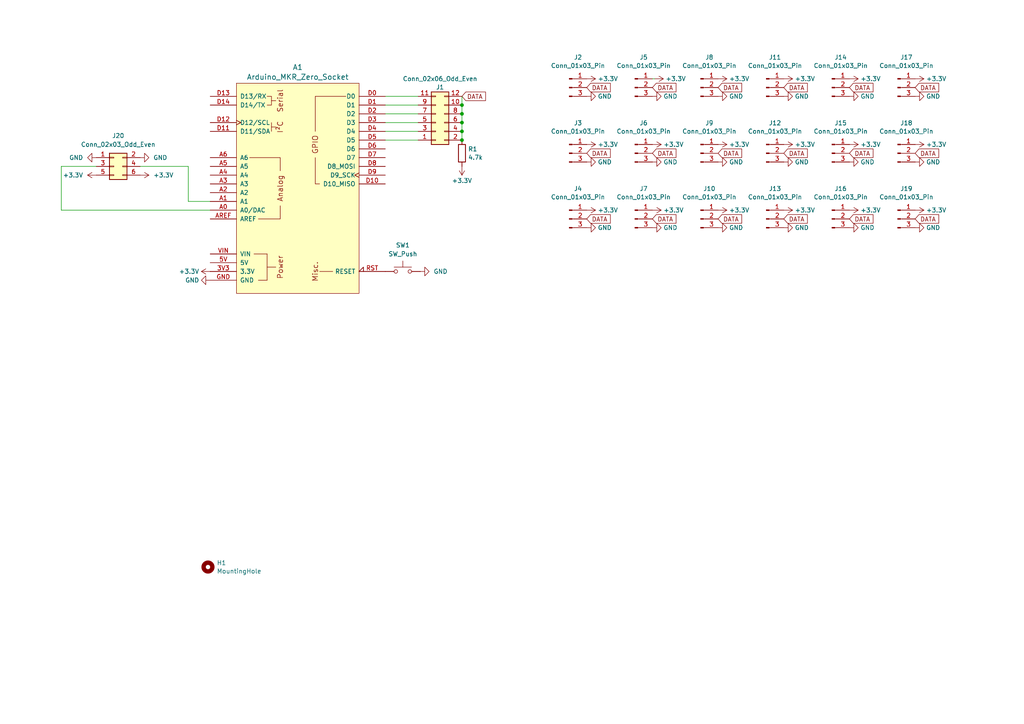
<source format=kicad_sch>
(kicad_sch (version 20230121) (generator eeschema)
  (paper "A4")
  (lib_symbols
    (symbol "Connector:Conn_01x03_Pin" (pin_names (offset 1.016) hide)
      (property "Reference" "J" (at 0 5.08 0))
      (property "Value" "Conn_01x03_Pin" (at 0 -5.08 0))
      (symbol "Conn_01x03_Pin_1_1"
        (polyline (pts (xy 1.27 -2.54) (xy 0.8636 -2.54)) (stroke (width 0.1524)))
        (polyline (pts (xy 1.27 0) (xy 0.8636 0)) (stroke (width 0.1524)))
        (polyline (pts (xy 1.27 2.54) (xy 0.8636 2.54)) (stroke (width 0.1524)))
        (rectangle (start 0.8636 -2.413) (end 0 -2.667) (stroke (width 0.1524)) (fill (type outline)))
        (rectangle (start 0.8636 0.127) (end 0 -0.127) (stroke (width 0.1524)) (fill (type outline)))
        (rectangle (start 0.8636 2.667) (end 0 2.413) (stroke (width 0.1524)) (fill (type outline)))
        (pin passive line (at 5.08 2.54 180) (length 3.81) (name "Pin_1") (number "1"))
        (pin passive line (at 5.08 0 180) (length 3.81) (name "Pin_2") (number "2"))
        (pin passive line (at 5.08 -2.54 180) (length 3.81) (name "Pin_3") (number "3"))
      )
    )
    (symbol "Connector_Generic:Conn_02x03_Odd_Even" (pin_names (offset 1.016) hide)
      (property "Reference" "J" (at 1.27 5.08 0))
      (property "Value" "Conn_02x03_Odd_Even" (at 1.27 -5.08 0))
      (symbol "Conn_02x03_Odd_Even_1_1"
        (rectangle (start -1.27 -2.413) (end 0 -2.667) (stroke (width 0.1524)))
        (rectangle (start -1.27 0.127) (end 0 -0.127) (stroke (width 0.1524)))
        (rectangle (start -1.27 2.667) (end 0 2.413) (stroke (width 0.1524)))
        (rectangle (start -1.27 3.81) (end 3.81 -3.81) (stroke (width 0.254)) (fill (type background)))
        (rectangle (start 3.81 -2.413) (end 2.54 -2.667) (stroke (width 0.1524)))
        (rectangle (start 3.81 0.127) (end 2.54 -0.127) (stroke (width 0.1524)))
        (rectangle (start 3.81 2.667) (end 2.54 2.413) (stroke (width 0.1524)))
        (pin passive line (at -5.08 2.54 0) (length 3.81) (name "Pin_1") (number "1"))
        (pin passive line (at 7.62 2.54 180) (length 3.81) (name "Pin_2") (number "2"))
        (pin passive line (at -5.08 0 0) (length 3.81) (name "Pin_3") (number "3"))
        (pin passive line (at 7.62 0 180) (length 3.81) (name "Pin_4") (number "4"))
        (pin passive line (at -5.08 -2.54 0) (length 3.81) (name "Pin_5") (number "5"))
        (pin passive line (at 7.62 -2.54 180) (length 3.81) (name "Pin_6") (number "6"))
      )
    )
    (symbol "Connector_Generic:Conn_02x06_Odd_Even" (pin_names (offset 1.016) hide)
      (property "Reference" "J" (at 1.27 7.62 0))
      (property "Value" "Conn_02x06_Odd_Even" (at 1.27 -10.16 0))
      (symbol "Conn_02x06_Odd_Even_1_1"
        (rectangle (start -1.27 -7.493) (end 0 -7.747) (stroke (width 0.1524)))
        (rectangle (start -1.27 -4.953) (end 0 -5.207) (stroke (width 0.1524)))
        (rectangle (start -1.27 -2.413) (end 0 -2.667) (stroke (width 0.1524)))
        (rectangle (start -1.27 0.127) (end 0 -0.127) (stroke (width 0.1524)))
        (rectangle (start -1.27 2.667) (end 0 2.413) (stroke (width 0.1524)))
        (rectangle (start -1.27 5.207) (end 0 4.953) (stroke (width 0.1524)))
        (rectangle (start -1.27 6.35) (end 3.81 -8.89) (stroke (width 0.254)) (fill (type background)))
        (rectangle (start 3.81 -7.493) (end 2.54 -7.747) (stroke (width 0.1524)))
        (rectangle (start 3.81 -4.953) (end 2.54 -5.207) (stroke (width 0.1524)))
        (rectangle (start 3.81 -2.413) (end 2.54 -2.667) (stroke (width 0.1524)))
        (rectangle (start 3.81 0.127) (end 2.54 -0.127) (stroke (width 0.1524)))
        (rectangle (start 3.81 2.667) (end 2.54 2.413) (stroke (width 0.1524)))
        (rectangle (start 3.81 5.207) (end 2.54 4.953) (stroke (width 0.1524)))
        (pin passive line (at -5.08 5.08 0) (length 3.81) (name "Pin_1") (number "1"))
        (pin passive line (at 7.62 -5.08 180) (length 3.81) (name "Pin_10") (number "10"))
        (pin passive line (at -5.08 -7.62 0) (length 3.81) (name "Pin_11") (number "11"))
        (pin passive line (at 7.62 -7.62 180) (length 3.81) (name "Pin_12") (number "12"))
        (pin passive line (at 7.62 5.08 180) (length 3.81) (name "Pin_2") (number "2"))
        (pin passive line (at -5.08 2.54 0) (length 3.81) (name "Pin_3") (number "3"))
        (pin passive line (at 7.62 2.54 180) (length 3.81) (name "Pin_4") (number "4"))
        (pin passive line (at -5.08 0 0) (length 3.81) (name "Pin_5") (number "5"))
        (pin passive line (at 7.62 0 180) (length 3.81) (name "Pin_6") (number "6"))
        (pin passive line (at -5.08 -2.54 0) (length 3.81) (name "Pin_7") (number "7"))
        (pin passive line (at 7.62 -2.54 180) (length 3.81) (name "Pin_8") (number "8"))
        (pin passive line (at -5.08 -5.08 0) (length 3.81) (name "Pin_9") (number "9"))
      )
    )
    (symbol "Device:R" (pin_numbers hide) (pin_names (offset 0))
      (property "Reference" "R" (at 2.032 0 90))
      (property "Value" "R" (at 0 0 90))
      (symbol "R_0_1"
        (rectangle (start -1.016 -2.54) (end 1.016 2.54) (stroke (width 0.254)))
      )
      (symbol "R_1_1"
        (pin passive line (at 0 3.81 270) (length 1.27) (name "~") (number "1"))
        (pin passive line (at 0 -3.81 90) (length 1.27) (name "~") (number "2"))
      )
    )
    (symbol "GND_1" (power) (pin_names (offset 0))
      (property "Value" "GND_1" (at 0 -3.81 0))
      (symbol "GND_1_0_1"
        (polyline (pts (xy 0 0) (xy 0 -1.27) (xy 1.27 -1.27) (xy 0 -2.54) (xy -1.27 -1.27) (xy 0 -1.27)))
      )
      (symbol "GND_1_1_1"
        (pin power_in line (at 0 0 270) (length 0) hide (name "GND") (number "1"))
      )
    )
    (symbol "Mechanical:MountingHole" (pin_names (offset 1.016))
      (property "Reference" "H" (at 0 5.08 0))
      (property "Value" "MountingHole" (at 0 3.175 0))
      (symbol "MountingHole_0_1"
        (circle (center 0 0) (radius 1.27) (stroke (width 1.27)))
      )
    )
    (symbol "PCM_arduino-library:Arduino_MKR_Zero_Socket" (pin_names (offset 1.016))
      (property "Reference" "A" (at 0 36.83 0))
      (property "Value" "Arduino_MKR_Zero_Socket" (at 0 33.02 0))
      (symbol "Arduino_MKR_Zero_Socket_0_0"
        (rectangle (start -17.78 30.48) (end 17.78 -30.48) (fill (type background)))
        (rectangle (start -12.7 -19.05) (end -8.89 -19.05))
        (rectangle (start -11.43 -26.67) (end -8.89 -26.67))
        (rectangle (start -8.89 -22.86) (end -6.35 -22.86))
        (polyline (pts (xy -8.89 -19.05) (xy -8.89 -26.67)))
        (polyline (pts (xy -7.62 25.4) (xy -6.35 25.4)))
        (polyline (pts (xy -5.08 -5.08) (xy -5.08 -8.89) (xy -11.43 -8.89)))
        (polyline (pts (xy -5.08 5.08) (xy -5.08 8.89) (xy -13.97 8.89)))
        (polyline (pts (xy 5.08 8.89) (xy 5.08 1.27) (xy 6.35 1.27)))
        (polyline (pts (xy 5.08 16.51) (xy 5.08 26.67) (xy 13.97 26.67)))
        (polyline (pts (xy -8.89 26.67) (xy -7.62 26.67) (xy -7.62 24.13) (xy -8.89 24.13)))
        (rectangle (start 6.35 -24.13) (end 10.16 -24.13))
        (text "Analog" (at -5.08 0 900) (effects (font (size 1.524 1.524))))
        (text "I²C" (at -5.08 17.78 900) (effects (font (size 1.524 1.524))))
        (text "Misc." (at 5.08 -24.13 900) (effects (font (size 1.524 1.524))))
        (text "Power" (at -5.08 -22.86 900) (effects (font (size 1.524 1.524))))
        (text "Serial" (at -5.08 25.4 900) (effects (font (size 1.524 1.524))))
      )
      (symbol "Arduino_MKR_Zero_Socket_0_1"
        (polyline (pts (xy -7.62 16.51) (xy -7.62 19.05)))
        (polyline (pts (xy -7.62 17.78) (xy -6.35 17.78)))
      )
      (symbol "Arduino_MKR_Zero_Socket_1_0"
        (text "GPIO" (at 5.08 12.7 900) (effects (font (size 1.524 1.524))))
      )
      (symbol "Arduino_MKR_Zero_Socket_1_1"
        (pin power_out line (at -25.4 -24.13 0) (length 7.62) (name "3.3V") (number "3V3"))
        (pin power_in line (at -25.4 -21.59 0) (length 7.62) (name "5V") (number "5V"))
        (pin bidirectional line (at -25.4 -6.35 0) (length 7.62) (name "A0/DAC") (number "A0"))
        (pin bidirectional line (at -25.4 -3.81 0) (length 7.62) (name "A1") (number "A1"))
        (pin bidirectional line (at -25.4 -1.27 0) (length 7.62) (name "A2") (number "A2"))
        (pin bidirectional line (at -25.4 1.27 0) (length 7.62) (name "A3") (number "A3"))
        (pin bidirectional line (at -25.4 3.81 0) (length 7.62) (name "A4") (number "A4"))
        (pin bidirectional line (at -25.4 6.35 0) (length 7.62) (name "A5") (number "A5"))
        (pin bidirectional line (at -25.4 8.89 0) (length 7.62) (name "A6") (number "A6"))
        (pin input line (at -25.4 -8.89 0) (length 7.62) (name "AREF") (number "AREF"))
        (pin bidirectional line (at 25.4 26.67 180) (length 7.62) (name "D0") (number "D0"))
        (pin bidirectional line (at 25.4 24.13 180) (length 7.62) (name "D1") (number "D1"))
        (pin bidirectional line (at 25.4 1.27 180) (length 7.62) (name "D10_MISO") (number "D10"))
        (pin bidirectional line (at -25.4 16.51 0) (length 7.62) (name "D11/SDA") (number "D11"))
        (pin bidirectional clock (at -25.4 19.05 0) (length 7.62) (name "D12/SCL") (number "D12"))
        (pin bidirectional line (at -25.4 26.67 0) (length 7.62) (name "D13/RX") (number "D13"))
        (pin bidirectional line (at -25.4 24.13 0) (length 7.62) (name "D14/TX") (number "D14"))
        (pin bidirectional line (at 25.4 21.59 180) (length 7.62) (name "D2") (number "D2"))
        (pin bidirectional line (at 25.4 19.05 180) (length 7.62) (name "D3") (number "D3"))
        (pin bidirectional line (at 25.4 16.51 180) (length 7.62) (name "D4") (number "D4"))
        (pin bidirectional line (at 25.4 13.97 180) (length 7.62) (name "D5") (number "D5"))
        (pin bidirectional line (at 25.4 11.43 180) (length 7.62) (name "D6") (number "D6"))
        (pin bidirectional line (at 25.4 8.89 180) (length 7.62) (name "D7") (number "D7"))
        (pin bidirectional line (at 25.4 6.35 180) (length 7.62) (name "D8_MOSI") (number "D8"))
        (pin bidirectional clock (at 25.4 3.81 180) (length 7.62) (name "D9_SCK") (number "D9"))
        (pin power_in line (at -25.4 -26.67 0) (length 7.62) (name "GND") (number "GND"))
        (pin open_collector input_low (at 25.4 -24.13 180) (length 7.62) (name "RESET") (number "RST"))
        (pin power_in line (at -25.4 -19.05 0) (length 7.62) (name "VIN") (number "VIN"))
      )
    )
    (symbol "Switch:SW_Push" (pin_numbers hide) (pin_names (offset 1.016) hide)
      (property "Reference" "SW" (at 1.27 2.54 0))
      (property "Value" "SW_Push" (at 0 -1.524 0))
      (symbol "SW_Push_0_1"
        (circle (center -2.032 0) (radius 0.508))
        (polyline (pts (xy 0 1.27) (xy 0 3.048)))
        (polyline (pts (xy 2.54 1.27) (xy -2.54 1.27)))
        (circle (center 2.032 0) (radius 0.508))
        (pin passive line (at -5.08 0 0) (length 2.54) (name "1") (number "1"))
        (pin passive line (at 5.08 0 180) (length 2.54) (name "2") (number "2"))
      )
    )
    (symbol "power:+3.3V" (power) (pin_names (offset 0))
      (property "Value" "+3.3V" (at 0 3.556 0))
      (symbol "+3.3V_0_1"
        (polyline (pts (xy -0.762 1.27) (xy 0 2.54)))
        (polyline (pts (xy 0 0) (xy 0 2.54)))
        (polyline (pts (xy 0 2.54) (xy 0.762 1.27)))
      )
      (symbol "+3.3V_1_1"
        (pin power_in line (at 0 0 90) (length 0) hide (name "+3.3V") (number "1"))
      )
    )
    (symbol "power:GND" (power) (pin_names (offset 0))
      (property "Value" "GND" (at 0 -3.81 0))
      (symbol "GND_0_1"
        (polyline (pts (xy 0 0) (xy 0 -1.27) (xy 1.27 -1.27) (xy 0 -2.54) (xy -1.27 -1.27) (xy 0 -1.27)))
      )
      (symbol "GND_1_1"
        (pin power_in line (at 0 0 270) (length 0) hide (name "GND") (number "1"))
      )
    )
  )
  (junction (at 133.985 33.02))
  (junction (at 133.985 40.64))
  (junction (at 133.985 35.56))
  (junction (at 133.985 30.48))
  (junction (at 133.985 38.1))
  (wire (pts (xy 60.96 58.42) (xy 54.61 58.42)))
  (wire (pts (xy 111.76 33.02) (xy 121.285 33.02)))
  (wire (pts (xy 133.985 30.48) (xy 133.985 33.02)))
  (wire (pts (xy 27.94 48.26) (xy 17.78 48.26)))
  (wire (pts (xy 111.76 30.48) (xy 121.285 30.48)))
  (wire (pts (xy 111.76 38.1) (xy 121.285 38.1)))
  (wire (pts (xy 111.76 40.64) (xy 121.285 40.64)))
  (wire (pts (xy 17.78 60.96) (xy 60.96 60.96)))
  (wire (pts (xy 111.76 27.94) (xy 121.285 27.94)))
  (wire (pts (xy 111.76 35.56) (xy 121.285 35.56)))
  (wire (pts (xy 54.61 48.26) (xy 40.64 48.26)))
  (wire (pts (xy 54.61 58.42) (xy 54.61 48.26)))
  (wire (pts (xy 133.985 33.02) (xy 133.985 35.56)))
  (wire (pts (xy 17.78 48.26) (xy 17.78 60.96)))
  (wire (pts (xy 133.985 38.1) (xy 133.985 40.64)))
  (wire (pts (xy 133.985 35.56) (xy 133.985 38.1)))
  (wire (pts (xy 133.985 27.94) (xy 133.985 30.48)))
  (wire (pts (xy 189.865 22.86) (xy 189.23 22.86)))
  (global_label "DATA" (shape input) (at 227.33 44.45 0) (property "Intersheetrefs" "${INTERSHEET_REFS}" (effects hide)))
  (global_label "DATA" (shape input) (at 208.28 44.45 0) (property "Intersheetrefs" "${INTERSHEET_REFS}" (effects hide)))
  (global_label "DATA" (shape input) (at 189.23 44.45 0) (property "Intersheetrefs" "${INTERSHEET_REFS}" (effects hide)))
  (global_label "DATA" (shape input) (at 170.18 63.5 0) (property "Intersheetrefs" "${INTERSHEET_REFS}" (effects hide)))
  (global_label "DATA" (shape input) (at 208.28 63.5 0) (property "Intersheetrefs" "${INTERSHEET_REFS}" (effects hide)))
  (global_label "DATA" (shape input) (at 246.38 44.45 0) (property "Intersheetrefs" "${INTERSHEET_REFS}" (effects hide)))
  (global_label "DATA" (shape input) (at 227.33 63.5 0) (property "Intersheetrefs" "${INTERSHEET_REFS}" (effects hide)))
  (global_label "DATA" (shape input) (at 170.18 44.45 0) (property "Intersheetrefs" "${INTERSHEET_REFS}" (effects hide)))
  (global_label "DATA" (shape input) (at 265.43 63.5 0) (property "Intersheetrefs" "${INTERSHEET_REFS}" (effects hide)))
  (global_label "DATA" (shape input) (at 133.985 27.94 0) (property "Intersheetrefs" "${INTERSHEET_REFS}" (effects hide)))
  (global_label "DATA" (shape input) (at 246.38 25.4 0) (property "Intersheetrefs" "${INTERSHEET_REFS}" (effects hide)))
  (global_label "DATA" (shape input) (at 170.18 25.4 0) (property "Intersheetrefs" "${INTERSHEET_REFS}" (effects hide)))
  (global_label "DATA" (shape input) (at 189.23 63.5 0) (property "Intersheetrefs" "${INTERSHEET_REFS}" (effects hide)))
  (global_label "DATA" (shape input) (at 246.38 63.5 0) (property "Intersheetrefs" "${INTERSHEET_REFS}" (effects hide)))
  (global_label "DATA" (shape input) (at 227.33 25.4 0) (property "Intersheetrefs" "${INTERSHEET_REFS}" (effects hide)))
  (global_label "DATA" (shape input) (at 208.28 25.4 0) (property "Intersheetrefs" "${INTERSHEET_REFS}" (effects hide)))
  (global_label "DATA" (shape input) (at 265.43 44.45 0) (property "Intersheetrefs" "${INTERSHEET_REFS}" (effects hide)))
  (global_label "DATA" (shape input) (at 265.43 25.4 0) (property "Intersheetrefs" "${INTERSHEET_REFS}" (effects hide)))
  (global_label "DATA" (shape input) (at 189.23 25.4 0) (property "Intersheetrefs" "${INTERSHEET_REFS}" (effects hide)))
  (symbol (lib_id "power:+3.3V") (at 170.18 41.91 270) (unit 1)
    (property "Reference" "#PWR026" (effects hide))
    (property "Value" "+3.3V" (at 173.355 41.91 90) (effects (justify left)))
  )
  (symbol (lib_id "Connector:Conn_01x03_Pin") (at 184.15 44.45 0) (unit 1)
    (property "Reference" "J6" (at 186.69 35.6758 0))
    (property "Value" "Conn_01x03_Pin" (at 186.69 38.1 0))
    (property "Footprint" "Connector_JST:JST_XH_B3B-XH-A_1x03_P2.50mm_Vertical" (effects hide))
  )
  (symbol (lib_id "power:GND") (at 40.64 45.72 90) (unit 1)
    (property "Reference" "#PWR046" (effects hide))
    (property "Value" "GND" (at 44.45 45.72 90) (effects (justify right)))
  )
  (symbol (lib_id "power:+3.3V") (at 265.43 22.86 270) (unit 1)
    (property "Reference" "#PWR015" (effects hide))
    (property "Value" "+3.3V" (at 268.605 22.86 90) (effects (justify left)))
  )
  (symbol (lib_id "Connector:Conn_01x03_Pin") (at 184.15 63.5 0) (unit 1)
    (property "Reference" "J7" (at 186.69 54.7258 0))
    (property "Value" "Conn_01x03_Pin" (at 186.69 57.15 0))
    (property "Footprint" "Connector_JST:JST_XH_B3B-XH-A_1x03_P2.50mm_Vertical" (effects hide))
  )
  (symbol (lib_id "power:+3.3V") (at 227.33 22.86 270) (unit 1)
    (property "Reference" "#PWR011" (effects hide))
    (property "Value" "+3.3V" (at 230.505 22.86 90) (effects (justify left)))
  )
  (symbol (lib_id "power:+3.3V") (at 265.43 60.96 270) (unit 1)
    (property "Reference" "#PWR038" (effects hide))
    (property "Value" "+3.3V" (at 268.605 60.96 90) (effects (justify left)))
  )
  (symbol (lib_name "GND_1") (lib_id "power:GND") (at 189.23 66.04 90) (unit 1)
    (property "Reference" "#PWR014" (effects hide))
    (property "Value" "GND" (at 192.405 66.04 90) (effects (justify right)))
  )
  (symbol (lib_id "power:+3.3V") (at 133.985 48.26 180) (unit 1)
    (property "Reference" "#PWR03" (effects hide))
    (property "Value" "+3.3V" (at 133.985 52.3931 0))
  )
  (symbol (lib_id "power:+3.3V") (at 170.18 60.96 270) (unit 1)
    (property "Reference" "#PWR028" (effects hide))
    (property "Value" "+3.3V" (at 173.355 60.96 90) (effects (justify left)))
  )
  (symbol (lib_name "GND_1") (lib_id "power:GND") (at 208.28 27.94 90) (unit 1)
    (property "Reference" "#PWR017" (effects hide))
    (property "Value" "GND" (at 211.455 27.94 90) (effects (justify right)))
  )
  (symbol (lib_id "Connector:Conn_01x03_Pin") (at 222.25 44.45 0) (unit 1)
    (property "Reference" "J12" (at 224.79 35.6758 0))
    (property "Value" "Conn_01x03_Pin" (at 224.79 38.1 0))
    (property "Footprint" "Connector_JST:JST_XH_B3B-XH-A_1x03_P2.50mm_Vertical" (effects hide))
  )
  (symbol (lib_name "GND_1") (lib_id "power:GND") (at 189.23 27.94 90) (unit 1)
    (property "Reference" "#PWR010" (effects hide))
    (property "Value" "GND" (at 192.405 27.94 90) (effects (justify right)))
  )
  (symbol (lib_id "power:+3.3V") (at 60.96 78.74 90) (unit 1)
    (property "Reference" "#PWR01" (effects hide))
    (property "Value" "+3.3V" (at 57.785 78.74 90) (effects (justify left)))
  )
  (symbol (lib_id "power:+3.3V") (at 227.33 60.96 270) (unit 1)
    (property "Reference" "#PWR034" (effects hide))
    (property "Value" "+3.3V" (at 230.505 60.96 90) (effects (justify left)))
  )
  (symbol (lib_id "Device:R") (at 133.985 44.45 0) (unit 1)
    (property "Reference" "R1" (at 135.763 43.2379 0) (effects (justify left)))
    (property "Value" "4.7k" (at 135.763 45.6621 0) (effects (justify left)))
    (property "Footprint" "Resistor_THT:R_Axial_DIN0207_L6.3mm_D2.5mm_P10.16mm_Horizontal" (effects hide))
  )
  (symbol (lib_name "GND_1") (lib_id "power:GND") (at 246.38 46.99 90) (unit 1)
    (property "Reference" "#PWR031" (effects hide))
    (property "Value" "GND" (at 249.555 46.99 90) (effects (justify right)))
  )
  (symbol (lib_id "PCM_arduino-library:Arduino_MKR_Zero_Socket") (at 86.36 54.61 0) (unit 1)
    (property "Reference" "A1" (at 86.36 19.4998 0) (effects (font (size 1.524 1.524))))
    (property "Value" "Arduino_MKR_Zero_Socket" (at 86.36 22.3326 0) (effects (font (size 1.524 1.524))))
    (property "Footprint" "PCM_arduino-library:Arduino_MKR_Zero_Socket" (effects hide))
    (property "Datasheet" "https://docs.arduino.cc/hardware/mkr-zero" (effects hide))
  )
  (symbol (lib_id "Connector:Conn_01x03_Pin") (at 260.35 25.4 0) (unit 1)
    (property "Reference" "J17" (at 262.89 16.6258 0))
    (property "Value" "Conn_01x03_Pin" (at 262.89 19.05 0))
    (property "Footprint" "Connector_JST:JST_XH_B3B-XH-A_1x03_P2.50mm_Vertical" (effects hide))
  )
  (symbol (lib_id "Connector:Conn_01x03_Pin") (at 165.1 25.4 0) (unit 1)
    (property "Reference" "J2" (at 167.64 16.6258 0))
    (property "Value" "Conn_01x03_Pin" (at 167.64 19.05 0))
    (property "Footprint" "Connector_JST:JST_XH_B3B-XH-A_1x03_P2.50mm_Vertical" (effects hide))
  )
  (symbol (lib_id "power:+3.3V") (at 27.94 50.8 90) (unit 1)
    (property "Reference" "#PWR049" (effects hide))
    (property "Value" "+3.3V" (at 24.13 50.8 90) (effects (justify left)))
  )
  (symbol (lib_id "Connector:Conn_01x03_Pin") (at 241.3 63.5 0) (unit 1)
    (property "Reference" "J16" (at 243.84 54.7258 0))
    (property "Value" "Conn_01x03_Pin" (at 243.84 57.15 0))
    (property "Footprint" "Connector_JST:JST_XH_B3B-XH-A_1x03_P2.50mm_Vertical" (effects hide))
  )
  (symbol (lib_id "Connector:Conn_01x03_Pin") (at 203.2 44.45 0) (unit 1)
    (property "Reference" "J9" (at 205.74 35.6758 0))
    (property "Value" "Conn_01x03_Pin" (at 205.74 38.1 0))
    (property "Footprint" "Connector_JST:JST_XH_B3B-XH-A_1x03_P2.50mm_Vertical" (effects hide))
  )
  (symbol (lib_id "power:GND") (at 27.94 45.72 270) (unit 1)
    (property "Reference" "#PWR048" (effects hide))
    (property "Value" "GND" (at 24.13 45.72 90) (effects (justify right)))
  )
  (symbol (lib_id "power:+3.3V") (at 208.28 60.96 270) (unit 1)
    (property "Reference" "#PWR032" (effects hide))
    (property "Value" "+3.3V" (at 211.455 60.96 90) (effects (justify left)))
  )
  (symbol (lib_name "GND_1") (lib_id "power:GND") (at 208.28 46.99 90) (unit 1)
    (property "Reference" "#PWR019" (effects hide))
    (property "Value" "GND" (at 211.455 46.99 90) (effects (justify right)))
  )
  (symbol (lib_name "GND_1") (lib_id "power:GND") (at 227.33 46.99 90) (unit 1)
    (property "Reference" "#PWR025" (effects hide))
    (property "Value" "GND" (at 230.505 46.99 90) (effects (justify right)))
  )
  (symbol (lib_name "GND_1") (lib_id "power:GND") (at 246.38 27.94 90) (unit 1)
    (property "Reference" "#PWR029" (effects hide))
    (property "Value" "GND" (at 249.555 27.94 90) (effects (justify right)))
  )
  (symbol (lib_name "GND_1") (lib_id "power:GND") (at 170.18 27.94 90) (unit 1)
    (property "Reference" "#PWR05" (effects hide))
    (property "Value" "GND" (at 173.355 27.94 90) (effects (justify right)))
  )
  (symbol (lib_id "power:+3.3V") (at 246.38 41.91 270) (unit 1)
    (property "Reference" "#PWR018" (effects hide))
    (property "Value" "+3.3V" (at 249.555 41.91 90) (effects (justify left)))
  )
  (symbol (lib_id "power:+3.3V") (at 208.28 41.91 270) (unit 1)
    (property "Reference" "#PWR022" (effects hide))
    (property "Value" "+3.3V" (at 211.455 41.91 90) (effects (justify left)))
  )
  (symbol (lib_id "Connector:Conn_01x03_Pin") (at 203.2 25.4 0) (unit 1)
    (property "Reference" "J8" (at 205.74 16.6258 0))
    (property "Value" "Conn_01x03_Pin" (at 205.74 19.05 0))
    (property "Footprint" "Connector_JST:JST_XH_B3B-XH-A_1x03_P2.50mm_Vertical" (effects hide))
  )
  (symbol (lib_id "power:+3.3V") (at 227.33 41.91 270) (unit 1)
    (property "Reference" "#PWR020" (effects hide))
    (property "Value" "+3.3V" (at 230.505 41.91 90) (effects (justify left)))
  )
  (symbol (lib_id "Connector:Conn_01x03_Pin") (at 184.15 25.4 0) (unit 1)
    (property "Reference" "J5" (at 186.69 16.6258 0))
    (property "Value" "Conn_01x03_Pin" (at 186.69 19.05 0))
    (property "Footprint" "Connector_JST:JST_XH_B3B-XH-A_1x03_P2.50mm_Vertical" (effects hide))
  )
  (symbol (lib_id "Connector:Conn_01x03_Pin") (at 222.25 25.4 0) (unit 1)
    (property "Reference" "J11" (at 224.79 16.6258 0))
    (property "Value" "Conn_01x03_Pin" (at 224.79 19.05 0))
    (property "Footprint" "Connector_JST:JST_XH_B3B-XH-A_1x03_P2.50mm_Vertical" (effects hide))
  )
  (symbol (lib_id "Connector_Generic:Conn_02x06_Odd_Even") (at 126.365 35.56 0) (mirror x) (unit 1)
    (property "Reference" "J1" (at 127.635 25.2842 0))
    (property "Value" "Conn_02x06_Odd_Even" (at 127.635 22.86 0))
    (property "Footprint" "Connector_PinHeader_2.54mm:PinHeader_2x06_P2.54mm_Vertical" (effects hide))
  )
  (symbol (lib_id "power:+3.3V") (at 208.28 22.86 270) (unit 1)
    (property "Reference" "#PWR08" (effects hide))
    (property "Value" "+3.3V" (at 211.455 22.86 90) (effects (justify left)))
  )
  (symbol (lib_id "power:+3.3V") (at 265.43 41.91 270) (unit 1)
    (property "Reference" "#PWR016" (effects hide))
    (property "Value" "+3.3V" (at 268.605 41.91 90) (effects (justify left)))
  )
  (symbol (lib_id "Connector:Conn_01x03_Pin") (at 222.25 63.5 0) (unit 1)
    (property "Reference" "J13" (at 224.79 54.7258 0))
    (property "Value" "Conn_01x03_Pin" (at 224.79 57.15 0))
    (property "Footprint" "Connector_JST:JST_XH_B3B-XH-A_1x03_P2.50mm_Vertical" (effects hide))
  )
  (symbol (lib_id "Connector:Conn_01x03_Pin") (at 241.3 25.4 0) (unit 1)
    (property "Reference" "J14" (at 243.84 16.6258 0))
    (property "Value" "Conn_01x03_Pin" (at 243.84 19.05 0))
    (property "Footprint" "Connector_JST:JST_XH_B3B-XH-A_1x03_P2.50mm_Vertical" (effects hide))
  )
  (symbol (lib_name "GND_1") (lib_id "power:GND") (at 189.23 46.99 90) (unit 1)
    (property "Reference" "#PWR012" (effects hide))
    (property "Value" "GND" (at 192.405 46.99 90) (effects (justify right)))
  )
  (symbol (lib_name "GND_1") (lib_id "power:GND") (at 265.43 27.94 90) (unit 1)
    (property "Reference" "#PWR035" (effects hide))
    (property "Value" "GND" (at 268.605 27.94 90) (effects (justify right)))
  )
  (symbol (lib_name "GND_1") (lib_id "power:GND") (at 246.38 66.04 90) (unit 1)
    (property "Reference" "#PWR033" (effects hide))
    (property "Value" "GND" (at 249.555 66.04 90) (effects (justify right)))
  )
  (symbol (lib_id "Connector:Conn_01x03_Pin") (at 260.35 63.5 0) (unit 1)
    (property "Reference" "J19" (at 262.89 54.7258 0))
    (property "Value" "Conn_01x03_Pin" (at 262.89 57.15 0))
    (property "Footprint" "Connector_JST:JST_XH_B3B-XH-A_1x03_P2.50mm_Vertical" (effects hide))
  )
  (symbol (lib_name "GND_1") (lib_id "power:GND") (at 265.43 46.99 90) (unit 1)
    (property "Reference" "#PWR037" (effects hide))
    (property "Value" "GND" (at 268.605 46.99 90) (effects (justify right)))
  )
  (symbol (lib_id "power:+3.3V") (at 189.865 22.86 270) (unit 1)
    (property "Reference" "#PWR06" (effects hide))
    (property "Value" "+3.3V" (at 193.04 22.86 90) (effects (justify left)))
  )
  (symbol (lib_id "power:+3.3V") (at 246.38 60.96 270) (unit 1)
    (property "Reference" "#PWR036" (effects hide))
    (property "Value" "+3.3V" (at 249.555 60.96 90) (effects (justify left)))
  )
  (symbol (lib_id "Switch:SW_Push") (at 116.84 78.74 0) (unit 1)
    (property "Reference" "SW1" (at 116.84 71.12 0))
    (property "Value" "SW_Push" (at 116.84 73.66 0))
    (property "Footprint" "Button_Switch_THT:SW_PUSH_6mm" (effects hide))
  )
  (symbol (lib_id "power:+3.3V") (at 189.23 41.91 270) (unit 1)
    (property "Reference" "#PWR024" (effects hide))
    (property "Value" "+3.3V" (at 192.405 41.91 90) (effects (justify left)))
  )
  (symbol (lib_id "power:GND") (at 121.92 78.74 90) (unit 1)
    (property "Reference" "#PWR047" (effects hide))
    (property "Value" "GND" (at 125.73 78.74 90) (effects (justify right)))
  )
  (symbol (lib_id "Connector:Conn_01x03_Pin") (at 165.1 44.45 0) (unit 1)
    (property "Reference" "J3" (at 167.64 35.6758 0))
    (property "Value" "Conn_01x03_Pin" (at 167.64 38.1 0))
    (property "Footprint" "Connector_JST:JST_XH_B3B-XH-A_1x03_P2.50mm_Vertical" (effects hide))
  )
  (symbol (lib_id "Mechanical:MountingHole") (at 60.325 164.465 0) (unit 1)
    (property "Reference" "H1" (at 62.865 163.2529 0) (effects (justify left)))
    (property "Value" "MountingHole" (at 62.865 165.6771 0) (effects (justify left)))
    (property "Footprint" "MountingHole:MountingHole_4.3mm_M4" (effects hide))
  )
  (symbol (lib_id "power:+3.3V") (at 246.38 22.86 270) (unit 1)
    (property "Reference" "#PWR013" (effects hide))
    (property "Value" "+3.3V" (at 249.555 22.86 90) (effects (justify left)))
  )
  (symbol (lib_id "Connector:Conn_01x03_Pin") (at 203.2 63.5 0) (unit 1)
    (property "Reference" "J10" (at 205.74 54.7258 0))
    (property "Value" "Conn_01x03_Pin" (at 205.74 57.15 0))
    (property "Footprint" "Connector_JST:JST_XH_B3B-XH-A_1x03_P2.50mm_Vertical" (effects hide))
  )
  (symbol (lib_id "Connector_Generic:Conn_02x03_Odd_Even") (at 33.02 48.26 0) (unit 1)
    (property "Reference" "J20" (at 34.29 39.37 0))
    (property "Value" "Conn_02x03_Odd_Even" (at 34.29 41.91 0))
    (property "Footprint" "Connector_PinHeader_2.54mm:PinHeader_2x03_P2.54mm_Vertical" (effects hide))
  )
  (symbol (lib_id "Connector:Conn_01x03_Pin") (at 260.35 44.45 0) (unit 1)
    (property "Reference" "J18" (at 262.89 35.6758 0))
    (property "Value" "Conn_01x03_Pin" (at 262.89 38.1 0))
    (property "Footprint" "Connector_JST:JST_XH_B3B-XH-A_1x03_P2.50mm_Vertical" (effects hide))
  )
  (symbol (lib_name "GND_1") (lib_id "power:GND") (at 227.33 66.04 90) (unit 1)
    (property "Reference" "#PWR027" (effects hide))
    (property "Value" "GND" (at 230.505 66.04 90) (effects (justify right)))
  )
  (symbol (lib_name "GND_1") (lib_id "power:GND") (at 208.28 66.04 90) (unit 1)
    (property "Reference" "#PWR021" (effects hide))
    (property "Value" "GND" (at 211.455 66.04 90) (effects (justify right)))
  )
  (symbol (lib_name "GND_1") (lib_id "power:GND") (at 170.18 66.04 90) (unit 1)
    (property "Reference" "#PWR09" (effects hide))
    (property "Value" "GND" (at 173.355 66.04 90) (effects (justify right)))
  )
  (symbol (lib_id "power:GND") (at 60.96 81.28 270) (unit 1)
    (property "Reference" "#PWR02" (effects hide))
    (property "Value" "GND" (at 57.7851 81.28 90) (effects (justify right)))
  )
  (symbol (lib_id "power:+3.3V") (at 170.18 22.86 270) (unit 1)
    (property "Reference" "#PWR04" (effects hide))
    (property "Value" "+3.3V" (at 173.355 22.86 90) (effects (justify left)))
  )
  (symbol (lib_id "power:+3.3V") (at 40.64 50.8 270) (unit 1)
    (property "Reference" "#PWR050" (effects hide))
    (property "Value" "+3.3V" (at 44.45 50.8 90) (effects (justify left)))
  )
  (symbol (lib_name "GND_1") (lib_id "power:GND") (at 227.33 27.94 90) (unit 1)
    (property "Reference" "#PWR023" (effects hide))
    (property "Value" "GND" (at 230.505 27.94 90) (effects (justify right)))
  )
  (symbol (lib_name "GND_1") (lib_id "power:GND") (at 265.43 66.04 90) (unit 1)
    (property "Reference" "#PWR039" (effects hide))
    (property "Value" "GND" (at 268.605 66.04 90) (effects (justify right)))
  )
  (symbol (lib_id "Connector:Conn_01x03_Pin") (at 241.3 44.45 0) (unit 1)
    (property "Reference" "J15" (at 243.84 35.6758 0))
    (property "Value" "Conn_01x03_Pin" (at 243.84 38.1 0))
    (property "Footprint" "Connector_JST:JST_XH_B3B-XH-A_1x03_P2.50mm_Vertical" (effects hide))
  )
  (symbol (lib_name "GND_1") (lib_id "power:GND") (at 170.18 46.99 90) (unit 1)
    (property "Reference" "#PWR07" (effects hide))
    (property "Value" "GND" (at 173.355 46.99 90) (effects (justify right)))
  )
  (symbol (lib_id "power:+3.3V") (at 189.23 60.96 270) (unit 1)
    (property "Reference" "#PWR030" (effects hide))
    (property "Value" "+3.3V" (at 192.405 60.96 90) (effects (justify left)))
  )
  (symbol (lib_id "Connector:Conn_01x03_Pin") (at 165.1 63.5 0) (unit 1)
    (property "Reference" "J4" (at 167.64 54.7258 0))
    (property "Value" "Conn_01x03_Pin" (at 167.64 57.15 0))
    (property "Footprint" "Connector_JST:JST_XH_B3B-XH-A_1x03_P2.50mm_Vertical" (effects hide))
  )
)
</source>
